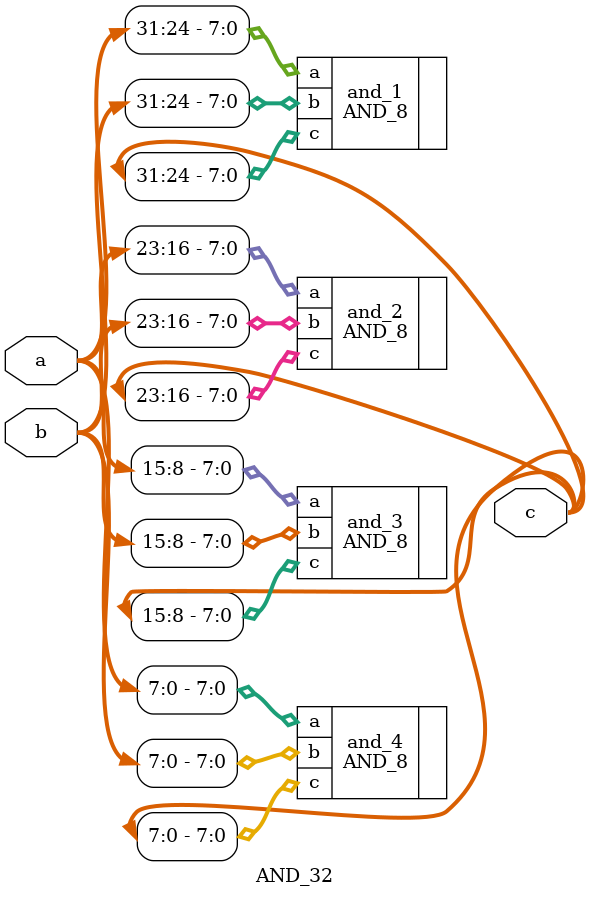
<source format=v>
`timescale 1ns / 1ps
module AND_32(
		input [31:0] a,
		input [31:0] b,
		output [31:0] c
    );

    AND_8 and_1 (.a(a[31:24]) , .b(b[31:24]) , .c(c[31:24]));
    AND_8 and_2 (.a(a[23:16]) , .b(b[23:16]) , .c(c[23:16]));
    AND_8 and_3 (.a(a[15:8]) , .b(b[15:8]) , .c(c[15:8]));
    AND_8 and_4 (.a(a[7:0]) , .b(b[7:0]) , .c(c[7:0]));

endmodule

</source>
